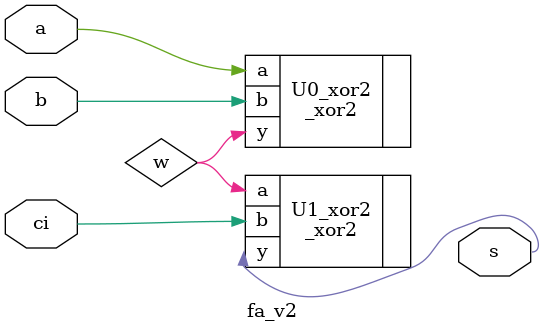
<source format=v>
module fa_v2(a, b, ci, s);
	input a, b;
	input ci;
	output s;

	wire w;
	
	_xor2 U0_xor2(.a(a), .b(b), .y(w));
	_xor2 U1_xor2(.a(w), .b(ci), .y(s));
endmodule

</source>
